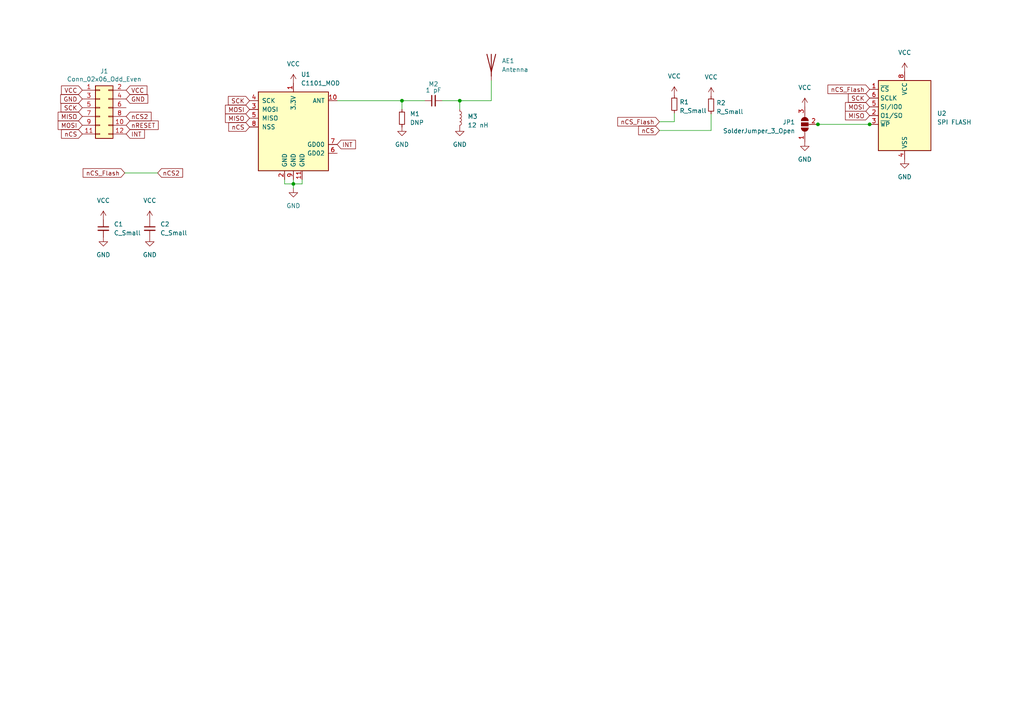
<source format=kicad_sch>
(kicad_sch (version 20230121) (generator eeschema)
  (paper "A4")
  (lib_symbols
    (symbol "AvS_Modules:CC1101_MOD" (pin_names (offset 1.016))
      (property "Reference" "U" (at -10.414 11.684 0))
      (property "Value" "C1101_MOD" (at 1.524 11.43 0))
      (symbol "CC1101_MOD_0_1"
        (rectangle (start -10.16 10.16) (end 10.16 -12.7) (stroke (width 0.254)) (fill (type background)))
      )
      (symbol "CC1101_MOD_1_1"
        (pin power_in line (at 0 12.7 270) (length 2.54) (name "3.3V") (number "1"))
        (pin bidirectional line (at 12.7 7.62 180) (length 2.54) (name "ANT") (number "10"))
        (pin power_in line (at 2.54 -15.24 90) (length 2.54) (name "GND") (number "11"))
        (pin power_in line (at -2.54 -15.24 90) (length 2.54) (name "GND") (number "2"))
        (pin input line (at -12.7 5.08 0) (length 2.54) (name "MOSI") (number "3"))
        (pin input line (at -12.7 7.62 0) (length 2.54) (name "SCK") (number "4"))
        (pin output line (at -12.7 2.54 0) (length 2.54) (name "MISO") (number "5"))
        (pin bidirectional line (at 12.7 -7.62 180) (length 2.54) (name "GD02") (number "6"))
        (pin bidirectional line (at 12.7 -5.08 180) (length 2.54) (name "GD00") (number "7"))
        (pin input line (at -12.7 0 0) (length 2.54) (name "NSS") (number "8"))
        (pin power_in line (at 0 -15.24 90) (length 2.54) (name "GND") (number "9"))
      )
    )
    (symbol "Connector_Generic:Conn_02x06_Odd_Even" (pin_names (offset 1.016) hide)
      (property "Reference" "J" (at 1.27 7.62 0))
      (property "Value" "Conn_02x06_Odd_Even" (at 1.27 -10.16 0))
      (symbol "Conn_02x06_Odd_Even_1_1"
        (rectangle (start -1.27 -7.493) (end 0 -7.747) (stroke (width 0.1524)))
        (rectangle (start -1.27 -4.953) (end 0 -5.207) (stroke (width 0.1524)))
        (rectangle (start -1.27 -2.413) (end 0 -2.667) (stroke (width 0.1524)))
        (rectangle (start -1.27 0.127) (end 0 -0.127) (stroke (width 0.1524)))
        (rectangle (start -1.27 2.667) (end 0 2.413) (stroke (width 0.1524)))
        (rectangle (start -1.27 5.207) (end 0 4.953) (stroke (width 0.1524)))
        (rectangle (start -1.27 6.35) (end 3.81 -8.89) (stroke (width 0.254)) (fill (type background)))
        (rectangle (start 3.81 -7.493) (end 2.54 -7.747) (stroke (width 0.1524)))
        (rectangle (start 3.81 -4.953) (end 2.54 -5.207) (stroke (width 0.1524)))
        (rectangle (start 3.81 -2.413) (end 2.54 -2.667) (stroke (width 0.1524)))
        (rectangle (start 3.81 0.127) (end 2.54 -0.127) (stroke (width 0.1524)))
        (rectangle (start 3.81 2.667) (end 2.54 2.413) (stroke (width 0.1524)))
        (rectangle (start 3.81 5.207) (end 2.54 4.953) (stroke (width 0.1524)))
        (pin passive line (at -5.08 5.08 0) (length 3.81) (name "Pin_1") (number "1"))
        (pin passive line (at 7.62 -5.08 180) (length 3.81) (name "Pin_10") (number "10"))
        (pin passive line (at -5.08 -7.62 0) (length 3.81) (name "Pin_11") (number "11"))
        (pin passive line (at 7.62 -7.62 180) (length 3.81) (name "Pin_12") (number "12"))
        (pin passive line (at 7.62 5.08 180) (length 3.81) (name "Pin_2") (number "2"))
        (pin passive line (at -5.08 2.54 0) (length 3.81) (name "Pin_3") (number "3"))
        (pin passive line (at 7.62 2.54 180) (length 3.81) (name "Pin_4") (number "4"))
        (pin passive line (at -5.08 0 0) (length 3.81) (name "Pin_5") (number "5"))
        (pin passive line (at 7.62 0 180) (length 3.81) (name "Pin_6") (number "6"))
        (pin passive line (at -5.08 -2.54 0) (length 3.81) (name "Pin_7") (number "7"))
        (pin passive line (at 7.62 -2.54 180) (length 3.81) (name "Pin_8") (number "8"))
        (pin passive line (at -5.08 -5.08 0) (length 3.81) (name "Pin_9") (number "9"))
      )
    )
    (symbol "Device:Antenna" (pin_numbers hide) (pin_names (offset 1.016) hide)
      (property "Reference" "AE" (at -1.905 1.905 0))
      (property "Value" "Antenna" (at -1.905 0 0))
      (symbol "Antenna_0_1"
        (polyline (pts (xy 0 2.54) (xy 0 -3.81)) (stroke (width 0.254)))
        (polyline (pts (xy 1.27 2.54) (xy 0 -2.54) (xy -1.27 2.54)) (stroke (width 0.254)))
      )
      (symbol "Antenna_1_1"
        (pin input line (at 0 -5.08 90) (length 2.54) (name "A") (number "1"))
      )
    )
    (symbol "Device:C_Small" (pin_numbers hide) (pin_names (offset 0.254) hide)
      (property "Reference" "C" (at 0.254 1.778 0))
      (property "Value" "C_Small" (at 0.254 -2.032 0))
      (symbol "C_Small_0_1"
        (polyline (pts (xy -1.524 -0.508) (xy 1.524 -0.508)) (stroke (width 0.3302)))
        (polyline (pts (xy -1.524 0.508) (xy 1.524 0.508)) (stroke (width 0.3048)))
      )
      (symbol "C_Small_1_1"
        (pin passive line (at 0 2.54 270) (length 2.032) (name "~") (number "1"))
        (pin passive line (at 0 -2.54 90) (length 2.032) (name "~") (number "2"))
      )
    )
    (symbol "Device:L_Small" (pin_numbers hide) (pin_names (offset 0.254) hide)
      (property "Reference" "L" (at 0.762 1.016 0))
      (property "Value" "L_Small" (at 0.762 -1.016 0))
      (symbol "L_Small_0_1"
        (arc (start 0 -2.032) (mid 0.5058 -1.524) (end 0 -1.016))
        (arc (start 0 -1.016) (mid 0.5058 -0.508) (end 0 0))
        (arc (start 0 0) (mid 0.5058 0.508) (end 0 1.016))
        (arc (start 0 1.016) (mid 0.5058 1.524) (end 0 2.032))
      )
      (symbol "L_Small_1_1"
        (pin passive line (at 0 2.54 270) (length 0.508) (name "~") (number "1"))
        (pin passive line (at 0 -2.54 90) (length 0.508) (name "~") (number "2"))
      )
    )
    (symbol "Device:R_Small" (pin_numbers hide) (pin_names (offset 0.254) hide)
      (property "Reference" "R" (at 0.762 0.508 0))
      (property "Value" "R_Small" (at 0.762 -1.016 0))
      (symbol "R_Small_0_1"
        (rectangle (start -0.762 1.778) (end 0.762 -1.778) (stroke (width 0.2032)))
      )
      (symbol "R_Small_1_1"
        (pin passive line (at 0 2.54 270) (length 0.762) (name "~") (number "1"))
        (pin passive line (at 0 -2.54 90) (length 0.762) (name "~") (number "2"))
      )
    )
    (symbol "Jumper:SolderJumper_3_Open" (pin_names (offset 0) hide)
      (property "Reference" "JP" (at -2.54 -2.54 0))
      (property "Value" "SolderJumper_3_Open" (at 0 2.794 0))
      (symbol "SolderJumper_3_Open_0_1"
        (arc (start -1.016 1.016) (mid -2.0276 0) (end -1.016 -1.016))
        (arc (start -1.016 1.016) (mid -2.0276 0) (end -1.016 -1.016) (fill (type outline)))
        (rectangle (start -0.508 1.016) (end 0.508 -1.016) (fill (type outline)))
        (polyline (pts (xy -2.54 0) (xy -2.032 0)))
        (polyline (pts (xy -1.016 1.016) (xy -1.016 -1.016)))
        (polyline (pts (xy 0 -1.27) (xy 0 -1.016)))
        (polyline (pts (xy 1.016 1.016) (xy 1.016 -1.016)))
        (polyline (pts (xy 2.54 0) (xy 2.032 0)))
        (arc (start 1.016 -1.016) (mid 2.0276 0) (end 1.016 1.016))
        (arc (start 1.016 -1.016) (mid 2.0276 0) (end 1.016 1.016) (fill (type outline)))
      )
      (symbol "SolderJumper_3_Open_1_1"
        (pin passive line (at -5.08 0 0) (length 2.54) (name "A") (number "1"))
        (pin passive line (at 0 -3.81 90) (length 2.54) (name "C") (number "2"))
        (pin passive line (at 5.08 0 180) (length 2.54) (name "B") (number "3"))
      )
    )
    (symbol "Memory_Flash:GD25D05CT"
      (property "Reference" "U" (at 2.54 12.7 0))
      (property "Value" "GD25D05CT" (at 8.89 8.89 0))
      (symbol "GD25D05CT_0_1"
        (rectangle (start -7.62 10.16) (end 7.62 -10.16) (stroke (width 0.254)) (fill (type background)))
      )
      (symbol "GD25D05CT_1_1"
        (pin input line (at -10.16 7.62 0) (length 2.54) (name "~{CS}") (number "1"))
        (pin output line (at -10.16 0 0) (length 2.54) (name "O1/SO") (number "2"))
        (pin input line (at -10.16 -2.54 0) (length 2.54) (name "~{WP}") (number "3"))
        (pin power_in line (at 0 -12.7 90) (length 2.54) (name "VSS") (number "4"))
        (pin bidirectional line (at -10.16 2.54 0) (length 2.54) (name "SI/IO0") (number "5"))
        (pin input line (at -10.16 5.08 0) (length 2.54) (name "SCLK") (number "6"))
        (pin no_connect line (at -7.62 -5.08 0) (length 2.54) hide (name "NC") (number "7"))
        (pin power_in line (at 0 12.7 270) (length 2.54) (name "VCC") (number "8"))
      )
    )
    (symbol "power:GND" (power) (pin_names (offset 0))
      (property "Value" "GND" (at 0 -3.81 0))
      (symbol "GND_0_1"
        (polyline (pts (xy 0 0) (xy 0 -1.27) (xy 1.27 -1.27) (xy 0 -2.54) (xy -1.27 -1.27) (xy 0 -1.27)))
      )
      (symbol "GND_1_1"
        (pin power_in line (at 0 0 270) (length 0) hide (name "GND") (number "1"))
      )
    )
    (symbol "power:VCC" (power) (pin_names (offset 0))
      (property "Value" "VCC" (at 0 3.81 0))
      (symbol "VCC_0_1"
        (polyline (pts (xy -0.762 1.27) (xy 0 2.54)))
        (polyline (pts (xy 0 0) (xy 0 2.54)))
        (polyline (pts (xy 0 2.54) (xy 0.762 1.27)))
      )
      (symbol "VCC_1_1"
        (pin power_in line (at 0 0 90) (length 0) hide (name "VCC") (number "1"))
      )
    )
  )
  (junction (at 116.586 29.21))
  (junction (at 133.35 29.21))
  (junction (at 85.09 53.34))
  (junction (at 252.222 36.068))
  (junction (at 237.236 36.068))
  (wire (pts (xy 85.09 53.34) (xy 87.63 53.34)))
  (wire (pts (xy 236.982 36.068) (xy 237.236 36.068)))
  (wire (pts (xy 128.27 29.21) (xy 133.35 29.21)))
  (wire (pts (xy 97.79 29.21) (xy 116.586 29.21)))
  (wire (pts (xy 133.35 29.21) (xy 142.494 29.21)))
  (wire (pts (xy 116.586 29.21) (xy 123.19 29.21)))
  (wire (pts (xy 191.262 35.306) (xy 195.58 35.306)))
  (wire (pts (xy 206.248 37.846) (xy 206.248 33.02)))
  (wire (pts (xy 82.55 52.07) (xy 82.55 53.34)))
  (wire (pts (xy 142.494 29.21) (xy 142.494 23.368)))
  (wire (pts (xy 191.262 37.846) (xy 206.248 37.846)))
  (wire (pts (xy 36.195 50.165) (xy 45.72 50.165)))
  (wire (pts (xy 85.09 52.07) (xy 85.09 53.34)))
  (wire (pts (xy 133.35 31.75) (xy 133.35 29.21)))
  (wire (pts (xy 252.222 36.068) (xy 252.476 36.068)))
  (wire (pts (xy 87.63 53.34) (xy 87.63 52.07)))
  (wire (pts (xy 116.586 29.21) (xy 116.586 31.75)))
  (wire (pts (xy 237.236 36.068) (xy 252.222 36.068)))
  (wire (pts (xy 82.55 53.34) (xy 85.09 53.34)))
  (wire (pts (xy 85.09 53.34) (xy 85.09 54.61)))
  (wire (pts (xy 133.35 29.21) (xy 133.604 28.956)))
  (wire (pts (xy 195.58 35.306) (xy 195.58 32.766)))
  (global_label "nCS_Flash" (shape input) (at 36.195 50.165 180) (property "Intersheetrefs" "${INTERSHEET_REFS}" (effects hide)))
  (global_label "nCS_Flash" (shape input) (at 252.222 25.908 180) (property "Intersheetrefs" "${INTERSHEET_REFS}" (effects hide)))
  (global_label "MISO" (shape input) (at 252.222 33.528 180) (property "Intersheetrefs" "${INTERSHEET_REFS}" (effects hide)) (property "Intersheet-verwijzingen" "${INTERSHEET_REFS}" (effects hide)))
  (global_label "MISO" (shape input) (at 23.876 33.782 180) (property "Intersheetrefs" "${INTERSHEET_REFS}" (effects hide)) (property "Intersheet-verwijzingen" "${INTERSHEET_REFS}" (effects hide)))
  (global_label "GND" (shape input) (at 36.576 28.702 0) (property "Intersheetrefs" "${INTERSHEET_REFS}" (effects hide)) (property "Intersheet-verwijzingen" "${INTERSHEET_REFS}" (effects hide)))
  (global_label "nCS" (shape input) (at 191.262 37.846 180) (property "Intersheetrefs" "${INTERSHEET_REFS}" (effects hide)) (property "Intersheet-verwijzingen" "${INTERSHEET_REFS}" (effects hide)))
  (global_label "VCC" (shape input) (at 23.876 26.162 180) (property "Intersheetrefs" "${INTERSHEET_REFS}" (effects hide)) (property "Intersheet-verwijzingen" "${INTERSHEET_REFS}" (effects hide)))
  (global_label "nCS" (shape input) (at 72.39 36.83 180) (property "Intersheetrefs" "${INTERSHEET_REFS}" (effects hide)) (property "Intersheet-verwijzingen" "${INTERSHEET_REFS}" (effects hide)))
  (global_label "GND" (shape input) (at 23.876 28.702 180) (property "Intersheetrefs" "${INTERSHEET_REFS}" (effects hide)) (property "Intersheet-verwijzingen" "${INTERSHEET_REFS}" (effects hide)))
  (global_label "SCK" (shape input) (at 23.876 31.242 180) (property "Intersheetrefs" "${INTERSHEET_REFS}" (effects hide)) (property "Intersheet-verwijzingen" "${INTERSHEET_REFS}" (effects hide)))
  (global_label "nCS" (shape input) (at 23.876 38.862 180) (property "Intersheetrefs" "${INTERSHEET_REFS}" (effects hide)) (property "Intersheet-verwijzingen" "${INTERSHEET_REFS}" (effects hide)))
  (global_label "VCC" (shape input) (at 36.576 26.162 0) (property "Intersheetrefs" "${INTERSHEET_REFS}" (effects hide)) (property "Intersheet-verwijzingen" "${INTERSHEET_REFS}" (effects hide)))
  (global_label "nCS2" (shape input) (at 36.576 33.782 0) (property "Intersheetrefs" "${INTERSHEET_REFS}" (effects hide)))
  (global_label "nCS2" (shape input) (at 45.72 50.165 0) (property "Intersheetrefs" "${INTERSHEET_REFS}" (effects hide)))
  (global_label "INT" (shape input) (at 97.79 41.91 0) (property "Intersheetrefs" "${INTERSHEET_REFS}" (effects hide)) (property "Intersheet-verwijzingen" "${INTERSHEET_REFS}" (effects hide)))
  (global_label "nCS_Flash" (shape input) (at 191.262 35.306 180) (property "Intersheetrefs" "${INTERSHEET_REFS}" (effects hide)))
  (global_label "INT" (shape input) (at 36.576 38.862 0) (property "Intersheetrefs" "${INTERSHEET_REFS}" (effects hide)) (property "Intersheet-verwijzingen" "${INTERSHEET_REFS}" (effects hide)))
  (global_label "MISO" (shape input) (at 72.39 34.29 180) (property "Intersheetrefs" "${INTERSHEET_REFS}" (effects hide)) (property "Intersheet-verwijzingen" "${INTERSHEET_REFS}" (effects hide)))
  (global_label "MOSI" (shape input) (at 72.39 31.75 180) (property "Intersheetrefs" "${INTERSHEET_REFS}" (effects hide)) (property "Intersheet-verwijzingen" "${INTERSHEET_REFS}" (effects hide)))
  (global_label "MOSI" (shape input) (at 252.222 30.988 180) (property "Intersheetrefs" "${INTERSHEET_REFS}" (effects hide)) (property "Intersheet-verwijzingen" "${INTERSHEET_REFS}" (effects hide)))
  (global_label "nRESET" (shape input) (at 36.576 36.322 0) (property "Intersheetrefs" "${INTERSHEET_REFS}" (effects hide)) (property "Intersheet-verwijzingen" "${INTERSHEET_REFS}" (effects hide)))
  (global_label "SCK" (shape input) (at 252.222 28.448 180) (property "Intersheetrefs" "${INTERSHEET_REFS}" (effects hide)) (property "Intersheet-verwijzingen" "${INTERSHEET_REFS}" (effects hide)))
  (global_label "SCK" (shape input) (at 72.39 29.21 180) (property "Intersheetrefs" "${INTERSHEET_REFS}" (effects hide)) (property "Intersheet-verwijzingen" "${INTERSHEET_REFS}" (effects hide)))
  (global_label "MOSI" (shape input) (at 23.876 36.322 180) (property "Intersheetrefs" "${INTERSHEET_REFS}" (effects hide)) (property "Intersheet-verwijzingen" "${INTERSHEET_REFS}" (effects hide)))
  (symbol (lib_id "Connector_Generic:Conn_02x06_Odd_Even") (at 28.956 31.242 0) (unit 1)
    (property "Reference" "J1" (at 30.226 20.6502 0))
    (property "Value" "Conn_02x06_Odd_Even" (at 30.226 22.9616 0))
    (property "Footprint" "Connector_PinHeader_2.54mm:PinHeader_2x06_P2.54mm_Horizontal" (effects hide))
  )
  (symbol (lib_id "power:GND") (at 43.434 68.834 0) (unit 1)
    (property "Reference" "#PWR04" (effects hide))
    (property "Value" "GND" (at 43.434 73.914 0))
  )
  (symbol (lib_id "power:VCC") (at 262.382 20.828 0) (unit 1)
    (property "Reference" "#PWR013" (effects hide))
    (property "Value" "VCC" (at 262.382 15.24 0))
  )
  (symbol (lib_id "Device:R_Small") (at 195.58 30.226 0) (unit 1)
    (property "Reference" "R1" (at 197.104 29.591 0) (effects (justify left)))
    (property "Value" "R_Small" (at 197.104 32.131 0) (effects (justify left)))
    (property "Footprint" "Resistor_SMD:R_0805_2012Metric" (effects hide))
  )
  (symbol (lib_id "Device:Antenna") (at 142.494 18.288 0) (unit 1)
    (property "Reference" "AE1" (at 145.542 17.6529 0) (effects (justify left)))
    (property "Value" "Antenna" (at 145.542 20.1929 0) (effects (justify left)))
    (property "Footprint" "RF_Antenna:Texas_SWRA416_868MHz_915MHz" (effects hide))
  )
  (symbol (lib_id "power:GND") (at 29.972 68.834 0) (unit 1)
    (property "Reference" "#PWR02" (effects hide))
    (property "Value" "GND" (at 29.972 73.914 0))
  )
  (symbol (lib_id "Device:C_Small") (at 125.73 29.21 90) (unit 1)
    (property "Reference" "M2" (at 125.73 24.384 90))
    (property "Value" "1 pF" (at 125.73 26.162 90))
    (property "Footprint" "Resistor_SMD:R_0805_2012Metric" (effects hide))
  )
  (symbol (lib_id "Device:L_Small") (at 133.35 34.29 0) (unit 1)
    (property "Reference" "M3" (at 135.636 33.782 0) (effects (justify left)))
    (property "Value" "12 nH" (at 135.636 36.322 0) (effects (justify left)))
    (property "Footprint" "Resistor_SMD:R_0805_2012Metric" (effects hide))
  )
  (symbol (lib_id "power:VCC") (at 233.426 30.988 0) (unit 1)
    (property "Reference" "#PWR011" (effects hide))
    (property "Value" "VCC" (at 233.426 25.4 0))
  )
  (symbol (lib_id "power:GND") (at 133.35 36.83 0) (unit 1)
    (property "Reference" "#PWR08" (effects hide))
    (property "Value" "GND" (at 133.35 41.91 0))
  )
  (symbol (lib_id "power:GND") (at 85.09 54.61 0) (unit 1)
    (property "Reference" "#PWR06" (effects hide))
    (property "Value" "GND" (at 85.09 59.69 0))
  )
  (symbol (lib_id "power:GND") (at 116.586 36.83 0) (unit 1)
    (property "Reference" "#PWR07" (effects hide))
    (property "Value" "GND" (at 116.586 41.91 0))
  )
  (symbol (lib_id "Device:C_Small") (at 29.972 66.294 0) (unit 1)
    (property "Reference" "C1" (at 33.02 65.0302 0) (effects (justify left)))
    (property "Value" "C_Small" (at 33.02 67.5702 0) (effects (justify left)))
    (property "Footprint" "Capacitor_SMD:C_0805_2012Metric" (effects hide))
  )
  (symbol (lib_id "Device:R_Small") (at 116.586 34.29 0) (unit 1)
    (property "Reference" "M1" (at 118.872 33.02 0) (effects (justify left)))
    (property "Value" "DNP" (at 118.872 35.56 0) (effects (justify left)))
    (property "Footprint" "Resistor_SMD:R_0805_2012Metric" (effects hide))
  )
  (symbol (lib_id "power:VCC") (at 85.09 24.13 0) (unit 1)
    (property "Reference" "#PWR05" (effects hide))
    (property "Value" "VCC" (at 85.09 18.542 0))
  )
  (symbol (lib_id "Jumper:SolderJumper_3_Open") (at 233.426 36.068 90) (unit 1)
    (property "Reference" "JP1" (at 230.632 35.433 90) (effects (justify left)))
    (property "Value" "SolderJumper_3_Open" (at 230.632 37.973 90) (effects (justify left)))
    (property "Footprint" "Jumper:SolderJumper-3_P1.3mm_Open_RoundedPad1.0x1.5mm" (effects hide))
  )
  (symbol (lib_id "AvS_Modules:CC1101_MOD") (at 85.09 36.83 0) (unit 1)
    (property "Reference" "U1" (at 87.2841 21.59 0) (effects (justify left)))
    (property "Value" "C1101_MOD" (at 87.2841 24.13 0) (effects (justify left)))
    (property "Footprint" "AvS_Modules:CC1101_MOD" (effects hide))
  )
  (symbol (lib_id "power:VCC") (at 206.248 27.94 0) (unit 1)
    (property "Reference" "#PWR010" (effects hide))
    (property "Value" "VCC" (at 206.248 22.352 0))
  )
  (symbol (lib_id "Memory_Flash:GD25D05CT") (at 262.382 33.528 0) (unit 1)
    (property "Reference" "U2" (at 271.78 32.893 0) (effects (justify left)))
    (property "Value" "SPI FLASH" (at 271.78 35.433 0) (effects (justify left)))
    (property "Footprint" "Package_SO:SOP-8_3.9x4.9mm_P1.27mm" (effects hide))
  )
  (symbol (lib_id "power:GND") (at 262.382 46.228 0) (unit 1)
    (property "Reference" "#PWR014" (effects hide))
    (property "Value" "GND" (at 262.382 51.308 0))
  )
  (symbol (lib_id "power:VCC") (at 43.434 63.754 0) (unit 1)
    (property "Reference" "#PWR03" (effects hide))
    (property "Value" "VCC" (at 43.434 58.166 0))
  )
  (symbol (lib_id "power:GND") (at 233.426 41.148 0) (unit 1)
    (property "Reference" "#PWR012" (effects hide))
    (property "Value" "GND" (at 233.426 46.228 0))
  )
  (symbol (lib_id "power:VCC") (at 29.972 63.754 0) (unit 1)
    (property "Reference" "#PWR01" (effects hide))
    (property "Value" "VCC" (at 29.972 58.166 0))
  )
  (symbol (lib_id "Device:R_Small") (at 206.248 30.48 0) (unit 1)
    (property "Reference" "R2" (at 207.772 29.845 0) (effects (justify left)))
    (property "Value" "R_Small" (at 207.772 32.385 0) (effects (justify left)))
    (property "Footprint" "Resistor_SMD:R_0805_2012Metric" (effects hide))
  )
  (symbol (lib_id "Device:C_Small") (at 43.434 66.294 0) (unit 1)
    (property "Reference" "C2" (at 46.482 65.0302 0) (effects (justify left)))
    (property "Value" "C_Small" (at 46.482 67.5702 0) (effects (justify left)))
    (property "Footprint" "Capacitor_SMD:C_0805_2012Metric" (effects hide))
  )
  (symbol (lib_id "power:VCC") (at 195.58 27.686 0) (unit 1)
    (property "Reference" "#PWR09" (effects hide))
    (property "Value" "VCC" (at 195.58 22.098 0))
  )
)
</source>
